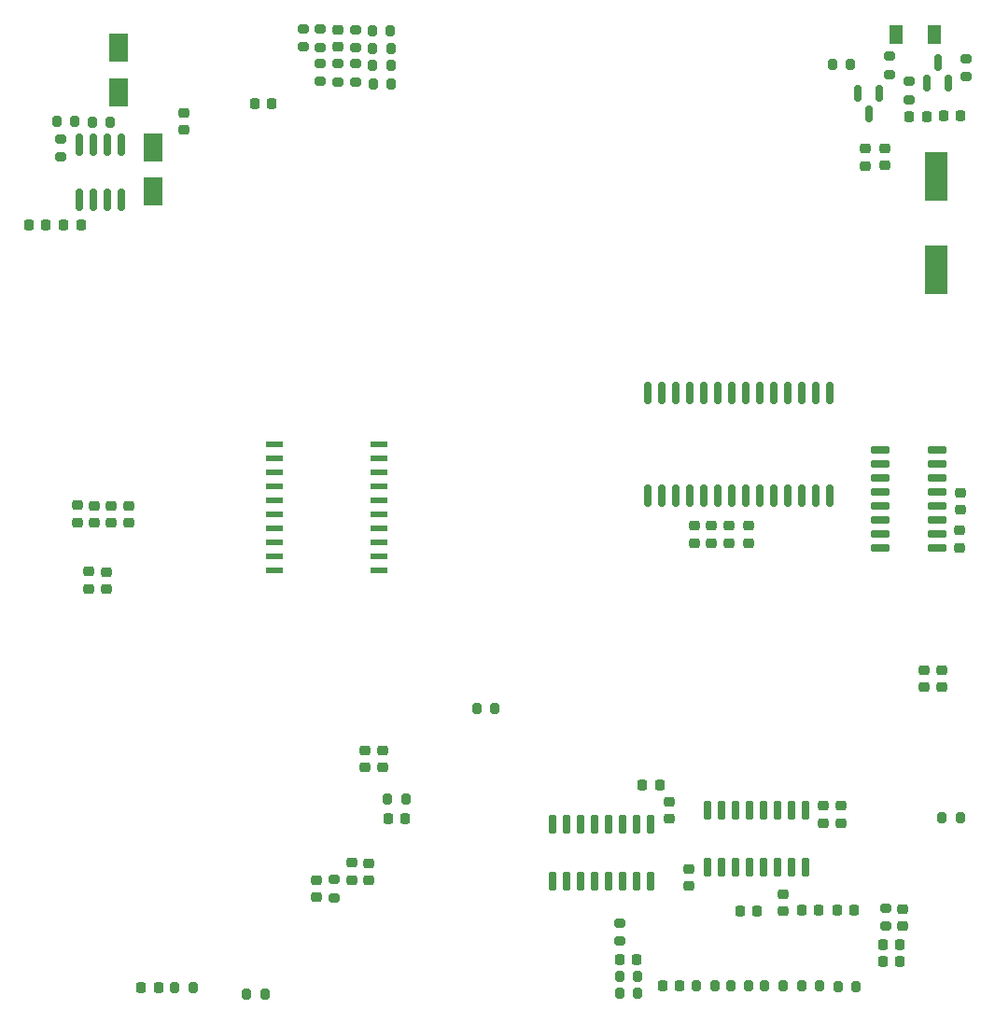
<source format=gbp>
%TF.GenerationSoftware,KiCad,Pcbnew,7.0.11-2.fc39*%
%TF.CreationDate,2024-06-25T10:32:52+03:00*%
%TF.ProjectId,rev.1,7265762e-312e-46b6-9963-61645f706362,rev?*%
%TF.SameCoordinates,Original*%
%TF.FileFunction,Paste,Bot*%
%TF.FilePolarity,Positive*%
%FSLAX46Y46*%
G04 Gerber Fmt 4.6, Leading zero omitted, Abs format (unit mm)*
G04 Created by KiCad (PCBNEW 7.0.11-2.fc39) date 2024-06-25 10:32:52*
%MOMM*%
%LPD*%
G01*
G04 APERTURE LIST*
G04 Aperture macros list*
%AMRoundRect*
0 Rectangle with rounded corners*
0 $1 Rounding radius*
0 $2 $3 $4 $5 $6 $7 $8 $9 X,Y pos of 4 corners*
0 Add a 4 corners polygon primitive as box body*
4,1,4,$2,$3,$4,$5,$6,$7,$8,$9,$2,$3,0*
0 Add four circle primitives for the rounded corners*
1,1,$1+$1,$2,$3*
1,1,$1+$1,$4,$5*
1,1,$1+$1,$6,$7*
1,1,$1+$1,$8,$9*
0 Add four rect primitives between the rounded corners*
20,1,$1+$1,$2,$3,$4,$5,0*
20,1,$1+$1,$4,$5,$6,$7,0*
20,1,$1+$1,$6,$7,$8,$9,0*
20,1,$1+$1,$8,$9,$2,$3,0*%
G04 Aperture macros list end*
%ADD10RoundRect,0.200000X-0.275000X0.200000X-0.275000X-0.200000X0.275000X-0.200000X0.275000X0.200000X0*%
%ADD11RoundRect,0.225000X0.250000X-0.225000X0.250000X0.225000X-0.250000X0.225000X-0.250000X-0.225000X0*%
%ADD12RoundRect,0.225000X-0.250000X0.225000X-0.250000X-0.225000X0.250000X-0.225000X0.250000X0.225000X0*%
%ADD13RoundRect,0.225000X0.225000X0.250000X-0.225000X0.250000X-0.225000X-0.250000X0.225000X-0.250000X0*%
%ADD14RoundRect,0.218750X0.256250X-0.218750X0.256250X0.218750X-0.256250X0.218750X-0.256250X-0.218750X0*%
%ADD15RoundRect,0.218750X0.218750X0.256250X-0.218750X0.256250X-0.218750X-0.256250X0.218750X-0.256250X0*%
%ADD16RoundRect,0.200000X0.200000X0.275000X-0.200000X0.275000X-0.200000X-0.275000X0.200000X-0.275000X0*%
%ADD17RoundRect,0.218750X-0.256250X0.218750X-0.256250X-0.218750X0.256250X-0.218750X0.256250X0.218750X0*%
%ADD18RoundRect,0.150000X0.150000X-0.725000X0.150000X0.725000X-0.150000X0.725000X-0.150000X-0.725000X0*%
%ADD19R,2.000000X4.500000*%
%ADD20RoundRect,0.200000X0.275000X-0.200000X0.275000X0.200000X-0.275000X0.200000X-0.275000X-0.200000X0*%
%ADD21RoundRect,0.200000X-0.200000X-0.275000X0.200000X-0.275000X0.200000X0.275000X-0.200000X0.275000X0*%
%ADD22RoundRect,0.218750X-0.218750X-0.256250X0.218750X-0.256250X0.218750X0.256250X-0.218750X0.256250X0*%
%ADD23RoundRect,0.150000X-0.725000X-0.150000X0.725000X-0.150000X0.725000X0.150000X-0.725000X0.150000X0*%
%ADD24RoundRect,0.150000X0.150000X-0.825000X0.150000X0.825000X-0.150000X0.825000X-0.150000X-0.825000X0*%
%ADD25RoundRect,0.225000X-0.225000X-0.250000X0.225000X-0.250000X0.225000X0.250000X-0.225000X0.250000X0*%
%ADD26R,1.800000X2.500000*%
%ADD27R,1.300000X1.700000*%
%ADD28RoundRect,0.150000X0.150000X-0.587500X0.150000X0.587500X-0.150000X0.587500X-0.150000X-0.587500X0*%
%ADD29R,1.500000X0.600000*%
%ADD30RoundRect,0.150000X-0.150000X0.875000X-0.150000X-0.875000X0.150000X-0.875000X0.150000X0.875000X0*%
%ADD31RoundRect,0.150000X-0.150000X0.587500X-0.150000X-0.587500X0.150000X-0.587500X0.150000X0.587500X0*%
G04 APERTURE END LIST*
D10*
%TO.C,R36*%
X161945000Y-136385000D03*
X161945000Y-138035000D03*
%TD*%
D11*
%TO.C,C6*%
X192765000Y-102325000D03*
X192765000Y-100775000D03*
%TD*%
D12*
%TO.C,C4*%
X138815000Y-120740000D03*
X138815000Y-122290000D03*
%TD*%
D13*
%TO.C,C39*%
X167330000Y-142060000D03*
X165780000Y-142060000D03*
%TD*%
D14*
%TO.C,L7*%
X112685000Y-100077500D03*
X112685000Y-98502500D03*
%TD*%
D12*
%TO.C,C12*%
X171815000Y-100365000D03*
X171815000Y-101915000D03*
%TD*%
D15*
%TO.C,L16*%
X187334500Y-139865000D03*
X185759500Y-139865000D03*
%TD*%
D10*
%TO.C,R19*%
X136345000Y-58435000D03*
X136345000Y-60085000D03*
%TD*%
D16*
%TO.C,R30*%
X183350000Y-142110000D03*
X181700000Y-142110000D03*
%TD*%
D17*
%TO.C,L11*%
X137590000Y-130922500D03*
X137590000Y-132497500D03*
%TD*%
D13*
%TO.C,C21*%
X120050000Y-142260000D03*
X118500000Y-142260000D03*
%TD*%
D18*
%TO.C,DD8*%
X164710000Y-132560000D03*
X163440000Y-132560000D03*
X162170000Y-132560000D03*
X160900000Y-132560000D03*
X159630000Y-132560000D03*
X158360000Y-132560000D03*
X157090000Y-132560000D03*
X155820000Y-132560000D03*
X155820000Y-127410000D03*
X157090000Y-127410000D03*
X158360000Y-127410000D03*
X159630000Y-127410000D03*
X160900000Y-127410000D03*
X162170000Y-127410000D03*
X163440000Y-127410000D03*
X164710000Y-127410000D03*
%TD*%
D10*
%TO.C,R22*%
X133175000Y-55265000D03*
X133175000Y-56915000D03*
%TD*%
D19*
%TO.C,Z1*%
X190575000Y-68660000D03*
X190575000Y-77160000D03*
%TD*%
D17*
%TO.C,L10*%
X113775000Y-104505000D03*
X113775000Y-106080000D03*
%TD*%
D13*
%TO.C,C1*%
X142430000Y-126870000D03*
X140880000Y-126870000D03*
%TD*%
D20*
%TO.C,R32*%
X186395000Y-59400000D03*
X186395000Y-57750000D03*
%TD*%
D21*
%TO.C,R3*%
X114030000Y-63710000D03*
X115680000Y-63710000D03*
%TD*%
D22*
%TO.C,L14*%
X188147500Y-63200000D03*
X189722500Y-63200000D03*
%TD*%
D12*
%TO.C,C17*%
X181995000Y-125745000D03*
X181995000Y-127295000D03*
%TD*%
D20*
%TO.C,R5*%
X111195000Y-66915000D03*
X111195000Y-65265000D03*
%TD*%
D23*
%TO.C,DD4*%
X185570000Y-102355000D03*
X185570000Y-101085000D03*
X185570000Y-99815000D03*
X185570000Y-98545000D03*
X185570000Y-97275000D03*
X185570000Y-96005000D03*
X185570000Y-94735000D03*
X185570000Y-93465000D03*
X190720000Y-93465000D03*
X190720000Y-94735000D03*
X190720000Y-96005000D03*
X190720000Y-97275000D03*
X190720000Y-98545000D03*
X190720000Y-99815000D03*
X190720000Y-101085000D03*
X190720000Y-102355000D03*
%TD*%
D16*
%TO.C,R40*%
X163530000Y-142760000D03*
X161880000Y-142760000D03*
%TD*%
D12*
%TO.C,C16*%
X117355000Y-98535000D03*
X117355000Y-100085000D03*
%TD*%
D24*
%TO.C,DA1*%
X116670000Y-70765000D03*
X115400000Y-70765000D03*
X114130000Y-70765000D03*
X112860000Y-70765000D03*
X112860000Y-65815000D03*
X114130000Y-65815000D03*
X115400000Y-65815000D03*
X116670000Y-65815000D03*
%TD*%
D13*
%TO.C,C7*%
X113015000Y-73070000D03*
X111465000Y-73070000D03*
%TD*%
D12*
%TO.C,C15*%
X115785000Y-98535000D03*
X115785000Y-100085000D03*
%TD*%
D11*
%TO.C,C22*%
X139170000Y-132485000D03*
X139170000Y-130935000D03*
%TD*%
D18*
%TO.C,DD7*%
X178740000Y-131335000D03*
X177470000Y-131335000D03*
X176200000Y-131335000D03*
X174930000Y-131335000D03*
X173660000Y-131335000D03*
X172390000Y-131335000D03*
X171120000Y-131335000D03*
X169850000Y-131335000D03*
X169850000Y-126185000D03*
X171120000Y-126185000D03*
X172390000Y-126185000D03*
X173660000Y-126185000D03*
X174930000Y-126185000D03*
X176200000Y-126185000D03*
X177470000Y-126185000D03*
X178740000Y-126185000D03*
%TD*%
D16*
%TO.C,R26*%
X141150000Y-58610000D03*
X139500000Y-58610000D03*
%TD*%
D21*
%TO.C,R8*%
X121550000Y-142260000D03*
X123200000Y-142260000D03*
%TD*%
D10*
%TO.C,R20*%
X134745000Y-55295000D03*
X134745000Y-56945000D03*
%TD*%
D12*
%TO.C,C2*%
X122385000Y-62865000D03*
X122385000Y-64415000D03*
%TD*%
D25*
%TO.C,C10*%
X108290000Y-73060000D03*
X109840000Y-73060000D03*
%TD*%
D16*
%TO.C,R12*%
X150600000Y-116880000D03*
X148950000Y-116880000D03*
%TD*%
D13*
%TO.C,C35*%
X163460000Y-139680000D03*
X161910000Y-139680000D03*
%TD*%
D14*
%TO.C,L8*%
X180385000Y-127297500D03*
X180385000Y-125722500D03*
%TD*%
D16*
%TO.C,R6*%
X192810000Y-126850000D03*
X191160000Y-126850000D03*
%TD*%
D17*
%TO.C,L12*%
X191145000Y-113435000D03*
X191145000Y-115010000D03*
%TD*%
D26*
%TO.C,D2*%
X119565000Y-70000000D03*
X119565000Y-66000000D03*
%TD*%
D21*
%TO.C,R43*%
X181180000Y-58510000D03*
X182830000Y-58510000D03*
%TD*%
D10*
%TO.C,R24*%
X137915000Y-55335000D03*
X137915000Y-56985000D03*
%TD*%
D14*
%TO.C,L6*%
X168685000Y-101927500D03*
X168685000Y-100352500D03*
%TD*%
D20*
%TO.C,R31*%
X193345000Y-59625000D03*
X193345000Y-57975000D03*
%TD*%
D11*
%TO.C,C19*%
X115355000Y-106075000D03*
X115355000Y-104525000D03*
%TD*%
D27*
%TO.C,D4*%
X186975000Y-55800000D03*
X190475000Y-55800000D03*
%TD*%
D16*
%TO.C,R44*%
X170525000Y-142060000D03*
X168875000Y-142060000D03*
%TD*%
D25*
%TO.C,C29*%
X178380000Y-135230000D03*
X179930000Y-135230000D03*
%TD*%
D21*
%TO.C,R29*%
X178400000Y-142090000D03*
X180050000Y-142090000D03*
%TD*%
D16*
%TO.C,R28*%
X141190000Y-60250000D03*
X139540000Y-60250000D03*
%TD*%
D26*
%TO.C,D1*%
X116415000Y-61010000D03*
X116415000Y-57010000D03*
%TD*%
D25*
%TO.C,C42*%
X191290000Y-63170000D03*
X192840000Y-63170000D03*
%TD*%
D28*
%TO.C,Q2*%
X191695000Y-60177500D03*
X189795000Y-60177500D03*
X190745000Y-58302500D03*
%TD*%
D16*
%TO.C,R4*%
X112480000Y-63690000D03*
X110830000Y-63690000D03*
%TD*%
D11*
%TO.C,C5*%
X185973000Y-67675000D03*
X185973000Y-66125000D03*
%TD*%
D10*
%TO.C,R21*%
X134755000Y-58415000D03*
X134755000Y-60065000D03*
%TD*%
D11*
%TO.C,C26*%
X136345000Y-56925000D03*
X136345000Y-55375000D03*
%TD*%
D12*
%TO.C,C14*%
X114265000Y-98535000D03*
X114265000Y-100085000D03*
%TD*%
D16*
%TO.C,R27*%
X141090000Y-55450000D03*
X139440000Y-55450000D03*
%TD*%
D22*
%TO.C,L13*%
X128767500Y-62080000D03*
X130342500Y-62080000D03*
%TD*%
D20*
%TO.C,R7*%
X135990000Y-134085000D03*
X135990000Y-132435000D03*
%TD*%
D29*
%TO.C,DD3*%
X130595000Y-104405000D03*
X130595000Y-103135000D03*
X130595000Y-101865000D03*
X130595000Y-100595000D03*
X130595000Y-99325000D03*
X130595000Y-98055000D03*
X130595000Y-96785000D03*
X130595000Y-95515000D03*
X130595000Y-94245000D03*
X130595000Y-92975000D03*
X140095000Y-92975000D03*
X140095000Y-94245000D03*
X140095000Y-95515000D03*
X140095000Y-96785000D03*
X140095000Y-98055000D03*
X140095000Y-99325000D03*
X140095000Y-100595000D03*
X140095000Y-101865000D03*
X140095000Y-103135000D03*
X140095000Y-104405000D03*
%TD*%
D16*
%TO.C,R42*%
X176715000Y-142070000D03*
X175065000Y-142070000D03*
%TD*%
D20*
%TO.C,R41*%
X188175000Y-61705000D03*
X188175000Y-60055000D03*
%TD*%
D25*
%TO.C,C38*%
X172790000Y-135270000D03*
X174340000Y-135270000D03*
%TD*%
D16*
%TO.C,R39*%
X173630000Y-142070000D03*
X171980000Y-142070000D03*
%TD*%
D11*
%TO.C,C20*%
X134400000Y-134050000D03*
X134400000Y-132500000D03*
%TD*%
D12*
%TO.C,C33*%
X187563000Y-135089000D03*
X187563000Y-136639000D03*
%TD*%
D16*
%TO.C,R1*%
X142480000Y-125092000D03*
X140830000Y-125092000D03*
%TD*%
D17*
%TO.C,L2*%
X184195000Y-66112500D03*
X184195000Y-67687500D03*
%TD*%
D16*
%TO.C,R38*%
X163530000Y-141220000D03*
X161880000Y-141220000D03*
%TD*%
D30*
%TO.C,DD5*%
X164480000Y-88320000D03*
X165750000Y-88320000D03*
X167020000Y-88320000D03*
X168290000Y-88320000D03*
X169560000Y-88320000D03*
X170830000Y-88320000D03*
X172100000Y-88320000D03*
X173370000Y-88320000D03*
X174640000Y-88320000D03*
X175910000Y-88320000D03*
X177180000Y-88320000D03*
X178450000Y-88320000D03*
X179720000Y-88320000D03*
X180990000Y-88320000D03*
X180990000Y-97620000D03*
X179720000Y-97620000D03*
X178450000Y-97620000D03*
X177180000Y-97620000D03*
X175910000Y-97620000D03*
X174640000Y-97620000D03*
X173370000Y-97620000D03*
X172100000Y-97620000D03*
X170830000Y-97620000D03*
X169560000Y-97620000D03*
X168290000Y-97620000D03*
X167020000Y-97620000D03*
X165750000Y-97620000D03*
X164480000Y-97620000D03*
%TD*%
D10*
%TO.C,R33*%
X186039000Y-135039000D03*
X186039000Y-136689000D03*
%TD*%
D12*
%TO.C,C18*%
X166385000Y-125375000D03*
X166385000Y-126925000D03*
%TD*%
D14*
%TO.C,L1*%
X140405000Y-122277500D03*
X140405000Y-120702500D03*
%TD*%
D11*
%TO.C,C34*%
X168135000Y-133010000D03*
X168135000Y-131460000D03*
%TD*%
D22*
%TO.C,L9*%
X163977500Y-123850000D03*
X165552500Y-123850000D03*
%TD*%
D25*
%TO.C,C44*%
X185772000Y-138341000D03*
X187322000Y-138341000D03*
%TD*%
D17*
%TO.C,L3*%
X192795000Y-97330000D03*
X192795000Y-98905000D03*
%TD*%
D25*
%TO.C,C32*%
X181600000Y-135210000D03*
X183150000Y-135210000D03*
%TD*%
D12*
%TO.C,C11*%
X170245000Y-100365000D03*
X170245000Y-101915000D03*
%TD*%
D21*
%TO.C,R11*%
X128075000Y-142850000D03*
X129725000Y-142850000D03*
%TD*%
D10*
%TO.C,R23*%
X137925000Y-58430000D03*
X137925000Y-60080000D03*
%TD*%
D31*
%TO.C,Q1*%
X183535000Y-61152500D03*
X185435000Y-61152500D03*
X184485000Y-63027500D03*
%TD*%
D16*
%TO.C,R25*%
X141130000Y-57060000D03*
X139480000Y-57060000D03*
%TD*%
D11*
%TO.C,C40*%
X176755000Y-135280000D03*
X176755000Y-133730000D03*
%TD*%
D12*
%TO.C,C13*%
X173595000Y-100365000D03*
X173595000Y-101915000D03*
%TD*%
D11*
%TO.C,C25*%
X189475000Y-114975000D03*
X189475000Y-113425000D03*
%TD*%
M02*

</source>
